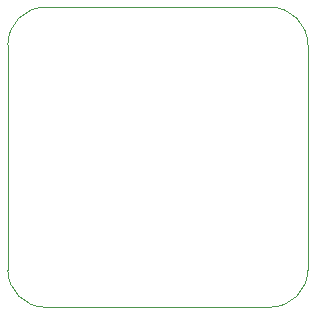
<source format=gbr>
%TF.GenerationSoftware,KiCad,Pcbnew,8.0.0*%
%TF.CreationDate,2024-06-16T14:01:43-04:00*%
%TF.ProjectId,X-Band Amplifier,582d4261-6e64-4204-916d-706c69666965,v1.0*%
%TF.SameCoordinates,Original*%
%TF.FileFunction,Profile,NP*%
%FSLAX46Y46*%
G04 Gerber Fmt 4.6, Leading zero omitted, Abs format (unit mm)*
G04 Created by KiCad (PCBNEW 8.0.0) date 2024-06-16 14:01:43*
%MOMM*%
%LPD*%
G01*
G04 APERTURE LIST*
%TA.AperFunction,Profile*%
%ADD10C,0.050000*%
%TD*%
G04 APERTURE END LIST*
D10*
X152400000Y-53975000D02*
X152400000Y-73025000D01*
X130175000Y-50800000D02*
X149225000Y-50800000D01*
X149225000Y-50800000D02*
G75*
G02*
X152400000Y-53975000I0J-3175000D01*
G01*
X130175000Y-76200000D02*
G75*
G02*
X127000000Y-73025000I0J3175000D01*
G01*
X149225000Y-76200000D02*
X130175000Y-76200000D01*
X127000000Y-73025000D02*
X127000000Y-53975000D01*
X152400000Y-73025000D02*
G75*
G02*
X149225000Y-76200000I-3175000J0D01*
G01*
X127000000Y-53975000D02*
G75*
G02*
X130175000Y-50800000I3175000J0D01*
G01*
M02*

</source>
